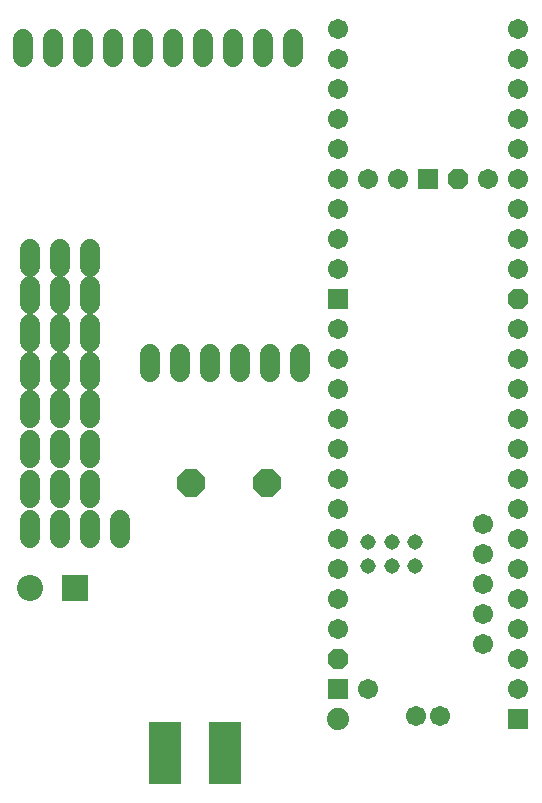
<source format=gbr>
G04 EAGLE Gerber RS-274X export*
G75*
%MOMM*%
%FSLAX34Y34*%
%LPD*%
%INSoldermask Top*%
%IPPOS*%
%AMOC8*
5,1,8,0,0,1.08239X$1,22.5*%
G01*
G04 Define Apertures*
%ADD10R,1.711200X1.711200*%
%ADD11C,1.879600*%
%ADD12P,1.852186X8X202.500000*%
%ADD13C,1.711200*%
%ADD14C,1.311200*%
%ADD15R,2.743200X5.283200*%
%ADD16P,2.556822X8X22.500000*%
%ADD17C,1.727200*%
%ADD18C,2.203200*%
%ADD19R,2.203200X2.203200*%
D10*
X451367Y66517D03*
X375167Y523717D03*
X298967Y91917D03*
D11*
X298967Y66517D03*
D12*
X298967Y117317D03*
X400567Y523717D03*
D13*
X425967Y523717D03*
X349767Y523717D03*
X324367Y523717D03*
X298967Y396717D03*
X451367Y396717D03*
X451367Y91917D03*
X451367Y117317D03*
X451367Y142717D03*
X451367Y168117D03*
X451367Y193517D03*
X451367Y218917D03*
X451367Y244317D03*
X451367Y269717D03*
X451367Y295117D03*
X451367Y320517D03*
X451367Y345917D03*
X451367Y371317D03*
X324367Y91917D03*
X298967Y371317D03*
X298967Y345917D03*
X298967Y320517D03*
X298967Y295117D03*
X298967Y269717D03*
X298967Y244317D03*
X298967Y218917D03*
X298967Y193517D03*
X298967Y168117D03*
X298967Y142717D03*
D12*
X451367Y422117D03*
D13*
X451367Y472917D03*
X451367Y498317D03*
X451367Y523717D03*
X451367Y549117D03*
X451367Y574517D03*
X451367Y599917D03*
X451367Y625317D03*
X451367Y650717D03*
X298967Y447517D03*
X298967Y472917D03*
X298967Y498317D03*
X298967Y523717D03*
X298967Y549117D03*
X298967Y574517D03*
X298967Y599917D03*
X298967Y625317D03*
X298967Y650717D03*
X421367Y130017D03*
X421367Y155417D03*
X421367Y180817D03*
X421367Y206217D03*
X421367Y231617D03*
X451367Y447517D03*
D10*
X298967Y422117D03*
D13*
X365167Y68817D03*
X385167Y68817D03*
D14*
X324367Y196217D03*
X344367Y196217D03*
X364367Y196217D03*
X324367Y216217D03*
X344367Y216217D03*
X364367Y216217D03*
D15*
X203200Y38100D03*
X152400Y38100D03*
D16*
X174117Y266700D03*
X239141Y266700D03*
D17*
X38100Y449580D02*
X38100Y464820D01*
X63500Y464820D02*
X63500Y449580D01*
X88900Y449580D02*
X88900Y464820D01*
X38100Y432816D02*
X38100Y417576D01*
X63500Y417576D02*
X63500Y432816D01*
X88900Y432816D02*
X88900Y417576D01*
X38100Y400812D02*
X38100Y385572D01*
X63500Y385572D02*
X63500Y400812D01*
X88900Y400812D02*
X88900Y385572D01*
X38100Y368808D02*
X38100Y353568D01*
X63500Y353568D02*
X63500Y368808D01*
X88900Y368808D02*
X88900Y353568D01*
X38100Y336804D02*
X38100Y321564D01*
X63500Y321564D02*
X63500Y336804D01*
X88900Y336804D02*
X88900Y321564D01*
X38100Y302768D02*
X38100Y287528D01*
X63500Y287528D02*
X63500Y302768D01*
X88900Y302768D02*
X88900Y287528D01*
X38100Y268732D02*
X38100Y253492D01*
X63500Y253492D02*
X63500Y268732D01*
X88900Y268732D02*
X88900Y253492D01*
X260858Y627380D02*
X260858Y642620D01*
X235458Y642620D02*
X235458Y627380D01*
X210058Y627380D02*
X210058Y642620D01*
X184658Y642620D02*
X184658Y627380D01*
X159258Y627380D02*
X159258Y642620D01*
X133858Y642620D02*
X133858Y627380D01*
X108458Y627380D02*
X108458Y642620D01*
X83058Y642620D02*
X83058Y627380D01*
X57658Y627380D02*
X57658Y642620D01*
X32258Y642620D02*
X32258Y627380D01*
X266700Y375920D02*
X266700Y360680D01*
X241300Y360680D02*
X241300Y375920D01*
X215900Y375920D02*
X215900Y360680D01*
X190500Y360680D02*
X190500Y375920D01*
X165100Y375920D02*
X165100Y360680D01*
X139700Y360680D02*
X139700Y375920D01*
D18*
X38100Y177800D03*
D19*
X76200Y177800D03*
D17*
X114300Y219456D02*
X114300Y234696D01*
X88900Y234696D02*
X88900Y219456D01*
X63500Y219456D02*
X63500Y234696D01*
X38100Y234696D02*
X38100Y219456D01*
M02*

</source>
